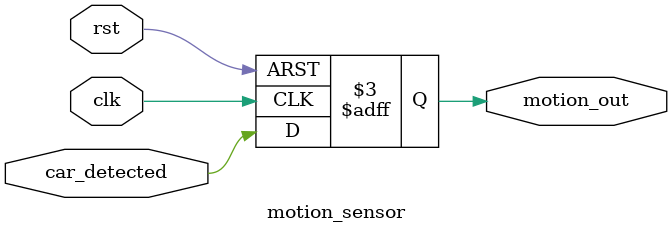
<source format=v>
module motion_sensor (
    input wire clk,                // Clock input
    input wire rst,                // Reset input
    input wire car_detected,    // Sinyal deteksi mobil untuk jalur masuk
    output reg motion_out = 0  // Sinyal motion untuk jalur masuk
);

    // Logika untuk jalur masuk
    always @(posedge clk or posedge rst) begin
        if (rst)
            motion_out <= 1'b0;  // Reset sinyal motion untuk jalur masuk
        else
            motion_out <= car_detected;  // Salin sinyal deteksi mobil untuk jalur masuk
    end

endmodule


</source>
